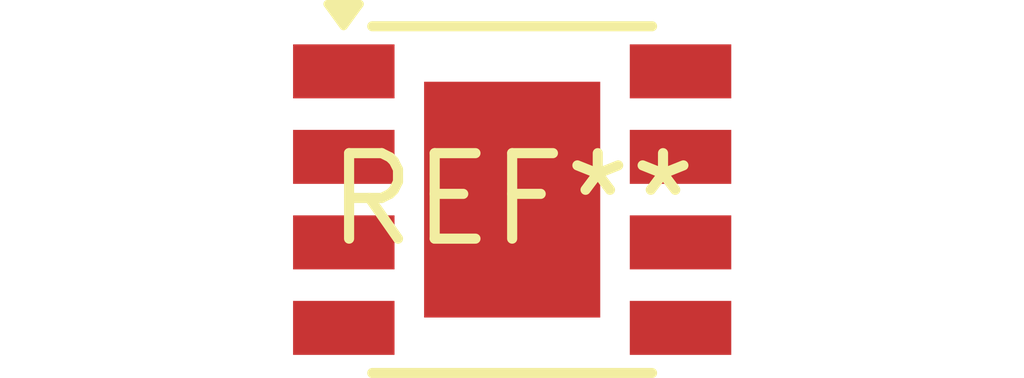
<source format=kicad_pcb>
(kicad_pcb (version 20240108) (generator pcbnew)
  (layers (0 "F.Cu" signal) (31 "B.Cu" signal) (34 "B.Paste" user) (35 "F.Paste" user) (36 "B.SilkS" user "B.Silkscreen") (37 "F.SilkS" user "F.Silkscreen") (38 "B.Mask" user) (39 "F.Mask" user) (44 "Edge.Cuts" user))
  (net 0 "")
  (footprint "Diodes_SO-8EP" (layer "F.Cu") (at 0 0)
    (property "Reference" "REF**")
    (property "Value" "Diodes_SO-8EP")
    (fp_line (start -2.075 -2.575) (end 2.075 -2.575) (layer "F.SilkS") (stroke (width 0.15)))
    (fp_line (start -2.075 2.575) (end 2.075 2.575) (layer "F.SilkS") (stroke (width 0.15)))
    (fp_poly (pts (xy -2.5 -2.575) (xy -2.74 -2.905) (xy -2.26 -2.905) (xy -2.5 -2.575)) (layer "F.SilkS") (stroke (width 0.12)) (fill solid))
    (pad "1" smd rect (at -2.4975 -1.905) (size 1.505 0.802) (layers "F.Cu" "F.Paste" "F.Mask"))
    (pad "2" smd rect (at -2.4975 -0.635) (size 1.505 0.802) (layers "F.Cu" "F.Paste" "F.Mask"))
    (pad "3" smd rect (at -2.4975 0.635) (size 1.505 0.802) (layers "F.Cu" "F.Paste" "F.Mask"))
    (pad "4" smd rect (at -2.4975 1.905) (size 1.505 0.802) (layers "F.Cu" "F.Paste" "F.Mask"))
    (pad "5" smd rect (at 2.4975 1.905) (size 1.505 0.802) (layers "F.Cu" "F.Paste" "F.Mask"))
    (pad "6" smd rect (at 2.4975 0.635) (size 1.505 0.802) (layers "F.Cu" "F.Paste" "F.Mask"))
    (pad "7" smd rect (at 2.4975 -0.635) (size 1.505 0.802) (layers "F.Cu" "F.Paste" "F.Mask"))
    (pad "8" smd rect (at 2.4975 -1.905) (size 1.505 0.802) (layers "F.Cu" "F.Paste" "F.Mask"))
    (pad "9" smd rect (at 0 0) (size 2.613 3.502) (layers "F.Cu" "F.Paste" "F.Mask"))
  )
)
</source>
